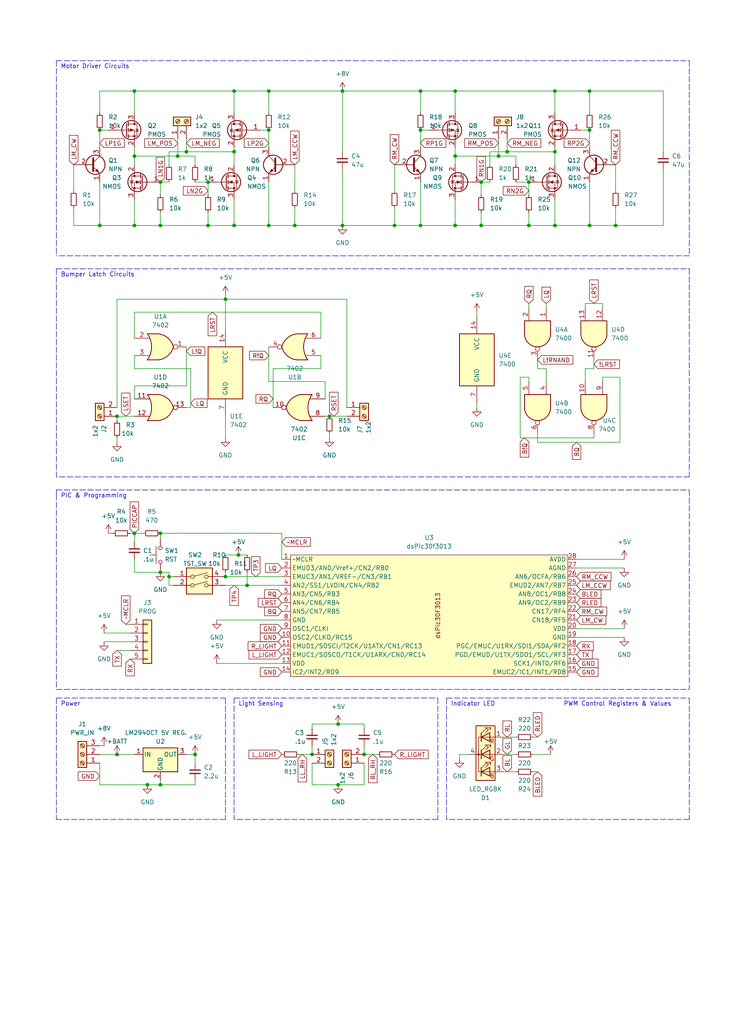
<source format=kicad_sch>
(kicad_sch (version 20211123) (generator eeschema)
  (paper "User" 220.015 299.999)
  (title_block (title "Fundamentals Robot With RGB LED indicator LED.") (date "2/22/12") (rev "A") (company "Oklahoma Christian University,"))
  (junction (at 86.36 66.04))
  (junction (at 66.04 87.63))
  (junction (at 162.56 44.45))
  (junction (at 68.58 26.67))
  (junction (at 43.18 229.87))
  (junction (at 78.74 38.1))
  (junction (at 154.94 53.34))
  (junction (at 100.33 66.04))
  (junction (at 133.35 66.04))
  (junction (at 68.58 44.45))
  (junction (at 34.29 121.92))
  (junction (at 154.94 66.04))
  (junction (at 172.72 66.04))
  (junction (at 46.99 167.64))
  (junction (at 57.15 220.98))
  (junction (at 46.99 66.04))
  (junction (at 91.44 220.98))
  (junction (at 34.29 220.98))
  (junction (at 60.96 53.34))
  (junction (at 180.34 66.04))
  (junction (at 123.19 66.04))
  (junction (at 29.21 38.1))
  (junction (at 146.05 45.72))
  (junction (at 78.74 66.04))
  (junction (at 96.52 121.92))
  (junction (at 172.72 38.1))
  (junction (at 60.96 66.04))
  (junction (at 133.35 45.72))
  (junction (at 52.07 45.72))
  (junction (at 162.56 66.04))
  (junction (at 106.68 220.98))
  (junction (at 99.06 229.87))
  (junction (at 46.99 53.34))
  (junction (at 100.33 26.67))
  (junction (at 72.39 171.45))
  (junction (at 39.37 45.72))
  (junction (at 115.57 66.04))
  (junction (at 69.85 162.56))
  (junction (at 39.37 66.04))
  (junction (at 133.35 26.67))
  (junction (at 49.53 168.91))
  (junction (at 99.06 212.09))
  (junction (at 148.59 44.45))
  (junction (at 54.61 44.45))
  (junction (at 123.19 26.67))
  (junction (at 140.97 66.04))
  (junction (at 66.04 168.91))
  (junction (at 172.72 26.67))
  (junction (at 78.74 26.67))
  (junction (at 140.97 53.34))
  (junction (at 68.58 66.04))
  (junction (at 46.99 229.87))
  (junction (at 162.56 26.67))
  (junction (at 46.99 156.21))
  (junction (at 123.19 38.1))
  (junction (at 39.37 156.21))
  (junction (at 29.21 66.04))
  (junction (at 39.37 26.67))
  (wire (pts (xy 30.48 185.42) (xy 38.1 185.42)))
  (wire (pts (xy 63.5 194.31) (xy 82.55 194.31)))
  (wire (pts (xy 154.94 53.34) (xy 154.94 57.15)))
  (wire (pts (xy 95.25 111.76) (xy 95.25 116.84)))
  (wire (pts (xy 39.37 104.14) (xy 39.37 107.95)))
  (polyline (pts (xy 201.93 74.93) (xy 16.51 74.93)))
  (polyline (pts (xy 16.51 201.93) (xy 201.93 201.93)))
  (wire (pts (xy 34.29 129.54) (xy 34.29 128.27)))
  (wire (pts (xy 46.99 66.04) (xy 60.96 66.04)))
  (wire (pts (xy 46.99 53.34) (xy 49.53 53.34)))
  (wire (pts (xy 29.21 53.34) (xy 29.21 66.04)))
  (wire (pts (xy 134.62 220.98) (xy 134.62 222.25)))
  (wire (pts (xy 66.04 168.91) (xy 82.55 168.91)))
  (polyline (pts (xy 201.93 143.51) (xy 201.93 201.93)))
  (wire (pts (xy 143.51 48.26) (xy 143.51 44.45)))
  (wire (pts (xy 46.99 53.34) (xy 46.99 57.15)))
  (wire (pts (xy 100.33 26.67) (xy 78.74 26.67)))
  (wire (pts (xy 93.98 91.44) (xy 93.98 99.06)))
  (wire (pts (xy 160.02 107.95) (xy 160.02 111.76)))
  (wire (pts (xy 49.53 168.91) (xy 49.53 167.64)))
  (wire (pts (xy 66.04 87.63) (xy 66.04 96.52)))
  (wire (pts (xy 171.45 88.9) (xy 176.53 88.9)))
  (wire (pts (xy 29.21 38.1) (xy 29.21 43.18)))
  (wire (pts (xy 180.34 66.04) (xy 172.72 66.04)))
  (wire (pts (xy 172.72 38.1) (xy 172.72 43.18)))
  (wire (pts (xy 31.75 156.21) (xy 33.02 156.21)))
  (wire (pts (xy 123.19 53.34) (xy 123.19 66.04)))
  (wire (pts (xy 133.35 45.72) (xy 133.35 43.18)))
  (wire (pts (xy 66.04 121.92) (xy 66.04 128.27)))
  (wire (pts (xy 87.63 220.98) (xy 91.44 220.98)))
  (wire (pts (xy 123.19 38.1) (xy 125.73 38.1)))
  (wire (pts (xy 39.37 99.06) (xy 39.37 91.44)))
  (wire (pts (xy 60.96 53.34) (xy 60.96 57.15)))
  (wire (pts (xy 106.68 220.98) (xy 110.49 220.98)))
  (wire (pts (xy 29.21 38.1) (xy 31.75 38.1)))
  (wire (pts (xy 68.58 58.42) (xy 68.58 66.04)))
  (wire (pts (xy 99.06 229.87) (xy 91.44 229.87)))
  (polyline (pts (xy 16.51 144.78) (xy 16.51 201.93)))
  (wire (pts (xy 194.31 66.04) (xy 180.34 66.04)))
  (wire (pts (xy 68.58 44.45) (xy 68.58 48.26)))
  (wire (pts (xy 100.33 26.67) (xy 123.19 26.67)))
  (wire (pts (xy 152.4 110.49) (xy 152.4 128.27)))
  (wire (pts (xy 99.06 212.09) (xy 106.68 212.09)))
  (wire (pts (xy 100.33 66.04) (xy 86.36 66.04)))
  (wire (pts (xy 21.59 48.26) (xy 21.59 55.88)))
  (wire (pts (xy 50.8 171.45) (xy 49.53 171.45)))
  (wire (pts (xy 154.94 66.04) (xy 162.56 66.04)))
  (wire (pts (xy 106.68 212.09) (xy 106.68 213.36)))
  (wire (pts (xy 39.37 45.72) (xy 39.37 48.26)))
  (wire (pts (xy 156.21 220.98) (xy 161.29 220.98)))
  (wire (pts (xy 139.7 118.11) (xy 139.7 119.38)))
  (wire (pts (xy 194.31 49.53) (xy 194.31 66.04)))
  (wire (pts (xy 180.34 60.96) (xy 180.34 66.04)))
  (wire (pts (xy 162.56 58.42) (xy 162.56 66.04)))
  (wire (pts (xy 106.68 218.44) (xy 106.68 220.98)))
  (wire (pts (xy 72.39 171.45) (xy 66.04 171.45)))
  (wire (pts (xy 151.13 226.06) (xy 147.32 226.06)))
  (wire (pts (xy 57.15 229.87) (xy 46.99 229.87)))
  (wire (pts (xy 39.37 66.04) (xy 46.99 66.04)))
  (wire (pts (xy 91.44 218.44) (xy 91.44 220.98)))
  (wire (pts (xy 86.36 66.04) (xy 78.74 66.04)))
  (wire (pts (xy 172.72 26.67) (xy 172.72 33.02)))
  (polyline (pts (xy 201.93 17.78) (xy 201.93 74.93)))
  (polyline (pts (xy 16.51 143.51) (xy 201.93 143.51)))
  (wire (pts (xy 162.56 26.67) (xy 162.56 33.02)))
  (wire (pts (xy 91.44 229.87) (xy 91.44 223.52)))
  (wire (pts (xy 162.56 26.67) (xy 172.72 26.67)))
  (wire (pts (xy 171.45 90.17) (xy 171.45 88.9)))
  (wire (pts (xy 170.18 38.1) (xy 172.72 38.1)))
  (wire (pts (xy 39.37 113.03) (xy 39.37 116.84)))
  (wire (pts (xy 93.98 104.14) (xy 93.98 107.95)))
  (polyline (pts (xy 201.93 139.7) (xy 16.51 139.7)))
  (wire (pts (xy 55.88 119.38) (xy 54.61 119.38)))
  (wire (pts (xy 140.97 66.04) (xy 154.94 66.04)))
  (wire (pts (xy 36.83 182.88) (xy 38.1 182.88)))
  (wire (pts (xy 52.07 40.64) (xy 52.07 45.72)))
  (wire (pts (xy 100.33 66.04) (xy 115.57 66.04)))
  (wire (pts (xy 69.85 162.56) (xy 72.39 162.56)))
  (polyline (pts (xy 201.93 204.47) (xy 201.93 240.03)))
  (wire (pts (xy 96.52 121.92) (xy 101.6 121.92)))
  (polyline (pts (xy 201.93 78.74) (xy 201.93 139.7)))
  (wire (pts (xy 162.56 44.45) (xy 162.56 48.26)))
  (wire (pts (xy 154.94 88.9) (xy 154.94 90.17)))
  (polyline (pts (xy 201.93 240.03) (xy 130.81 240.03)))
  (wire (pts (xy 106.68 229.87) (xy 99.06 229.87)))
  (wire (pts (xy 173.99 128.27) (xy 173.99 127)))
  (wire (pts (xy 54.61 40.64) (xy 54.61 44.45)))
  (wire (pts (xy 91.44 212.09) (xy 99.06 212.09)))
  (wire (pts (xy 154.94 110.49) (xy 154.94 111.76)))
  (polyline (pts (xy 16.51 17.78) (xy 201.93 17.78)))
  (polyline (pts (xy 66.04 204.47) (xy 66.04 240.03)))
  (wire (pts (xy 57.15 45.72) (xy 52.07 45.72)))
  (wire (pts (xy 86.36 60.96) (xy 86.36 66.04)))
  (wire (pts (xy 46.99 156.21) (xy 46.99 157.48)))
  (wire (pts (xy 148.59 44.45) (xy 162.56 44.45)))
  (wire (pts (xy 93.98 107.95) (xy 80.01 107.95)))
  (wire (pts (xy 29.21 220.98) (xy 34.29 220.98)))
  (wire (pts (xy 146.05 45.72) (xy 133.35 45.72)))
  (wire (pts (xy 140.97 53.34) (xy 143.51 53.34)))
  (wire (pts (xy 115.57 66.04) (xy 123.19 66.04)))
  (wire (pts (xy 168.91 166.37) (xy 182.88 166.37)))
  (wire (pts (xy 176.53 110.49) (xy 176.53 111.76)))
  (wire (pts (xy 181.61 110.49) (xy 176.53 110.49)))
  (wire (pts (xy 140.97 62.23) (xy 140.97 66.04)))
  (polyline (pts (xy 16.51 78.74) (xy 16.51 139.7)))
  (wire (pts (xy 123.19 66.04) (xy 133.35 66.04)))
  (wire (pts (xy 115.57 60.96) (xy 115.57 66.04)))
  (polyline (pts (xy 128.27 204.47) (xy 128.27 240.03)))
  (wire (pts (xy 157.48 107.95) (xy 160.02 107.95)))
  (polyline (pts (xy 16.51 144.78) (xy 16.51 143.51)))
  (wire (pts (xy 168.91 163.83) (xy 182.88 163.83)))
  (wire (pts (xy 21.59 66.04) (xy 29.21 66.04)))
  (wire (pts (xy 95.25 121.92) (xy 96.52 121.92)))
  (wire (pts (xy 123.19 38.1) (xy 123.19 43.18)))
  (polyline (pts (xy 128.27 240.03) (xy 68.58 240.03)))
  (wire (pts (xy 68.58 26.67) (xy 78.74 26.67)))
  (wire (pts (xy 39.37 156.21) (xy 41.91 156.21)))
  (polyline (pts (xy 16.51 204.47) (xy 16.51 240.03)))
  (wire (pts (xy 82.55 156.21) (xy 46.99 156.21)))
  (wire (pts (xy 140.97 53.34) (xy 140.97 57.15)))
  (wire (pts (xy 82.55 163.83) (xy 82.55 156.21)))
  (wire (pts (xy 29.21 66.04) (xy 39.37 66.04)))
  (wire (pts (xy 72.39 171.45) (xy 82.55 171.45)))
  (wire (pts (xy 106.68 223.52) (xy 106.68 229.87)))
  (wire (pts (xy 78.74 26.67) (xy 78.74 33.02)))
  (wire (pts (xy 91.44 213.36) (xy 91.44 212.09)))
  (wire (pts (xy 148.59 40.64) (xy 148.59 44.45)))
  (wire (pts (xy 115.57 48.26) (xy 115.57 55.88)))
  (wire (pts (xy 55.88 107.95) (xy 55.88 119.38)))
  (wire (pts (xy 68.58 44.45) (xy 68.58 43.18)))
  (wire (pts (xy 151.13 53.34) (xy 154.94 53.34)))
  (wire (pts (xy 29.21 229.87) (xy 43.18 229.87)))
  (wire (pts (xy 52.07 45.72) (xy 39.37 45.72)))
  (wire (pts (xy 54.61 101.6) (xy 54.61 113.03)))
  (wire (pts (xy 39.37 91.44) (xy 93.98 91.44)))
  (wire (pts (xy 133.35 33.02) (xy 133.35 26.67)))
  (wire (pts (xy 78.74 53.34) (xy 78.74 66.04)))
  (wire (pts (xy 34.29 220.98) (xy 39.37 220.98)))
  (wire (pts (xy 78.74 66.04) (xy 68.58 66.04)))
  (wire (pts (xy 133.35 58.42) (xy 133.35 66.04)))
  (wire (pts (xy 72.39 167.64) (xy 72.39 171.45)))
  (wire (pts (xy 154.94 62.23) (xy 154.94 66.04)))
  (wire (pts (xy 180.34 48.26) (xy 180.34 55.88)))
  (wire (pts (xy 57.15 48.26) (xy 57.15 45.72)))
  (wire (pts (xy 34.29 121.92) (xy 34.29 123.19)))
  (wire (pts (xy 68.58 26.67) (xy 68.58 33.02)))
  (polyline (pts (xy 130.81 204.47) (xy 201.93 204.47)))
  (wire (pts (xy 123.19 33.02) (xy 123.19 26.67)))
  (wire (pts (xy 39.37 33.02) (xy 39.37 26.67)))
  (wire (pts (xy 78.74 38.1) (xy 78.74 43.18)))
  (wire (pts (xy 181.61 110.49) (xy 181.61 129.54)))
  (wire (pts (xy 76.2 38.1) (xy 78.74 38.1)))
  (wire (pts (xy 172.72 53.34) (xy 172.72 66.04)))
  (wire (pts (xy 78.74 101.6) (xy 78.74 111.76)))
  (polyline (pts (xy 16.51 204.47) (xy 66.04 204.47)))
  (wire (pts (xy 157.48 105.41) (xy 157.48 107.95)))
  (wire (pts (xy 157.48 129.54) (xy 181.61 129.54)))
  (wire (pts (xy 139.7 91.44) (xy 139.7 92.71)))
  (wire (pts (xy 137.16 220.98) (xy 134.62 220.98)))
  (wire (pts (xy 66.04 86.36) (xy 66.04 87.63)))
  (wire (pts (xy 133.35 45.72) (xy 133.35 48.26)))
  (polyline (pts (xy 66.04 240.03) (xy 16.51 240.03)))
  (wire (pts (xy 49.53 167.64) (xy 46.99 167.64)))
  (wire (pts (xy 80.01 107.95) (xy 80.01 119.38)))
  (wire (pts (xy 57.15 53.34) (xy 60.96 53.34)))
  (wire (pts (xy 39.37 167.64) (xy 46.99 167.64)))
  (wire (pts (xy 156.21 226.06) (xy 157.48 226.06)))
  (wire (pts (xy 176.53 88.9) (xy 176.53 90.17)))
  (wire (pts (xy 49.53 44.45) (xy 54.61 44.45)))
  (wire (pts (xy 133.35 26.67) (xy 162.56 26.67)))
  (wire (pts (xy 78.74 111.76) (xy 95.25 111.76)))
  (wire (pts (xy 171.45 107.95) (xy 171.45 111.76)))
  (wire (pts (xy 29.21 33.02) (xy 29.21 26.67)))
  (wire (pts (xy 54.61 44.45) (xy 68.58 44.45)))
  (wire (pts (xy 101.6 87.63) (xy 101.6 119.38)))
  (wire (pts (xy 194.31 44.45) (xy 194.31 26.67)))
  (wire (pts (xy 39.37 45.72) (xy 39.37 43.18)))
  (wire (pts (xy 63.5 181.61) (xy 82.55 181.61)))
  (wire (pts (xy 86.36 48.26) (xy 86.36 55.88)))
  (wire (pts (xy 66.04 162.56) (xy 69.85 162.56)))
  (wire (pts (xy 29.21 223.52) (xy 29.21 229.87)))
  (wire (pts (xy 34.29 190.5) (xy 38.1 190.5)))
  (wire (pts (xy 96.52 128.27) (xy 96.52 127)))
  (wire (pts (xy 39.37 107.95) (xy 55.88 107.95)))
  (wire (pts (xy 57.15 220.98) (xy 57.15 223.52)))
  (polyline (pts (xy 16.51 17.78) (xy 16.51 74.93)))
  (wire (pts (xy 151.13 215.9) (xy 147.32 215.9)))
  (wire (pts (xy 152.4 128.27) (xy 173.99 128.27)))
  (wire (pts (xy 39.37 26.67) (xy 68.58 26.67)))
  (wire (pts (xy 151.13 45.72) (xy 146.05 45.72)))
  (wire (pts (xy 157.48 127) (xy 157.48 129.54)))
  (wire (pts (xy 49.53 171.45) (xy 49.53 168.91)))
  (wire (pts (xy 160.02 88.9) (xy 160.02 90.17)))
  (wire (pts (xy 21.59 60.96) (xy 21.59 66.04)))
  (wire (pts (xy 123.19 26.67) (xy 133.35 26.67)))
  (wire (pts (xy 49.53 48.26) (xy 49.53 44.45)))
  (wire (pts (xy 66.04 167.64) (xy 66.04 168.91)))
  (wire (pts (xy 29.21 218.44) (xy 30.48 218.44)))
  (wire (pts (xy 172.72 66.04) (xy 162.56 66.04)))
  (wire (pts (xy 152.4 110.49) (xy 154.94 110.49)))
  (wire (pts (xy 133.35 66.04) (xy 140.97 66.04)))
  (wire (pts (xy 162.56 44.45) (xy 162.56 43.18)))
  (wire (pts (xy 57.15 228.6) (xy 57.15 229.87)))
  (polyline (pts (xy 130.81 204.47) (xy 130.81 240.03)))
  (wire (pts (xy 100.33 49.53) (xy 100.33 66.04)))
  (polyline (pts (xy 68.58 204.47) (xy 128.27 204.47)))
  (wire (pts (xy 60.96 66.04) (xy 68.58 66.04)))
  (wire (pts (xy 173.99 107.95) (xy 171.45 107.95)))
  (polyline (pts (xy 68.58 204.47) (xy 68.58 240.03)))
  (wire (pts (xy 29.21 26.67) (xy 39.37 26.67)))
  (wire (pts (xy 34.29 87.63) (xy 66.04 87.63)))
  (wire (pts (xy 46.99 62.23) (xy 46.99 66.04)))
  (wire (pts (xy 100.33 44.45) (xy 100.33 26.67)))
  (wire (pts (xy 39.37 156.21) (xy 39.37 158.75)))
  (wire (pts (xy 66.04 87.63) (xy 101.6 87.63)))
  (wire (pts (xy 50.8 168.91) (xy 49.53 168.91)))
  (wire (pts (xy 156.21 215.9) (xy 157.48 215.9)))
  (wire (pts (xy 168.91 184.15) (xy 182.88 184.15)))
  (wire (pts (xy 39.37 163.83) (xy 39.37 167.64)))
  (wire (pts (xy 143.51 44.45) (xy 148.59 44.45)))
  (polyline (pts (xy 16.51 78.74) (xy 201.93 78.74)))
  (wire (pts (xy 151.13 48.26) (xy 151.13 45.72)))
  (wire (pts (xy 38.1 156.21) (xy 39.37 156.21)))
  (wire (pts (xy 173.99 105.41) (xy 173.99 107.95)))
  (wire (pts (xy 46.99 229.87) (xy 46.99 228.6)))
  (wire (pts (xy 39.37 58.42) (xy 39.37 66.04)))
  (wire (pts (xy 34.29 87.63) (xy 34.29 119.38)))
  (wire (pts (xy 60.96 62.23) (xy 60.96 66.04)))
  (wire (pts (xy 34.29 121.92) (xy 39.37 121.92)))
  (wire (pts (xy 151.13 220.98) (xy 147.32 220.98)))
  (wire (pts (xy 54.61 220.98) (xy 57.15 220.98)))
  (wire (pts (xy 30.48 187.96) (xy 38.1 187.96)))
  (wire (pts (xy 54.61 113.03) (xy 39.37 113.03)))
  (wire (pts (xy 146.05 40.64) (xy 146.05 45.72)))
  (wire (pts (xy 168.91 186.69) (xy 182.88 186.69)))
  (wire (pts (xy 194.31 26.67) (xy 172.72 26.67)))
  (wire (pts (xy 43.18 229.87) (xy 46.99 229.87)))
  (text "Indicator LED" (at 132.08 207.01 0) (effects (font (size 1.27 1.27)) (justify left bottom)))
  (text "Power" (at 17.78 207.01 0) (effects (font (size 1.27 1.27)) (justify left bottom)))
  (text "Motor Driver Circuits" (at 17.78 20.32 0) (effects (font (size 1.27 1.27)) (justify left bottom)))
  (text "Light Sensing" (at 69.85 207.01 0) (effects (font (size 1.27 1.27)) (justify left bottom)))
  (text "PIC & Programming" (at 17.78 146.05 0) (effects (font (size 1.27 1.27)) (justify left bottom)))
  (text "Bumper Latch Circuits" (at 17.78 81.28 0) (effects (font (size 1.27 1.27)) (justify left bottom)))
  (text "PWM Control Registers & Values" (at 165.1 207.01 0) (effects (font (size 1.27 1.27)) (justify left bottom)))
  (global_label "GND" (shape input) (at 168.91 194.31 0) (property "Intersheet References" "${INTERSHEET_REFS}" (effects hide)))
  (global_label "~MCLR" (shape input) (at 36.83 182.88 90) (property "Intersheet References" "${INTERSHEET_REFS}" (effects hide)))
  (global_label "RL" (shape input) (at 148.59 215.9 90) (property "Intersheet References" "${INTERSHEET_REFS}" (effects hide)))
  (global_label "GND" (shape input) (at 82.55 184.15 180) (property "Intersheet References" "${INTERSHEET_REFS}" (effects hide)))
  (global_label "BQ" (shape input) (at 168.91 129.54 270) (property "Intersheet References" "${INTERSHEET_REFS}" (effects hide)))
  (global_label "TX" (shape input) (at 34.29 190.5 270) (property "Intersheet References" "${INTERSHEET_REFS}" (effects hide)))
  (global_label "LP1G" (shape input) (at 29.21 41.91 0) (property "Intersheet References" "${INTERSHEET_REFS}" (effects hide)))
  (global_label "RM_CCW" (shape input) (at 180.34 48.26 90) (property "Intersheet References" "${INTERSHEET_REFS}" (effects hide)))
  (global_label "RLED" (shape input) (at 168.91 176.53 0) (property "Intersheet References" "${INTERSHEET_REFS}" (effects hide)))
  (global_label "RM_CW" (shape input) (at 168.91 179.07 0) (property "Intersheet References" "${INTERSHEET_REFS}" (effects hide)))
  (global_label "B!Q" (shape input) (at 153.67 128.27 270) (property "Intersheet References" "${INTERSHEET_REFS}" (effects hide)))
  (global_label "RM_POS" (shape input) (at 146.05 41.91 180) (property "Intersheet References" "${INTERSHEET_REFS}" (effects hide)))
  (global_label "LM_CCW" (shape input) (at 86.36 48.26 90) (property "Intersheet References" "${INTERSHEET_REFS}" (effects hide)))
  (global_label "L!Q" (shape input) (at 54.61 102.87 0) (property "Intersheet References" "${INTERSHEET_REFS}" (effects hide)))
  (global_label "R!Q" (shape input) (at 78.74 104.14 180) (property "Intersheet References" "${INTERSHEET_REFS}" (effects hide)))
  (global_label "R_LIGHT" (shape input) (at 115.57 220.98 0) (property "Intersheet References" "${INTERSHEET_REFS}" (effects hide)))
  (global_label "RQ" (shape input) (at 154.94 88.9 90) (property "Intersheet References" "${INTERSHEET_REFS}" (effects hide)))
  (global_label "LQ" (shape input) (at 82.55 166.37 180) (property "Intersheet References" "${INTERSHEET_REFS}" (effects hide)))
  (global_label "BL" (shape input) (at 148.59 226.06 90) (property "Intersheet References" "${INTERSHEET_REFS}" (effects hide)))
  (global_label "GND" (shape input) (at 82.55 186.69 180) (property "Intersheet References" "${INTERSHEET_REFS}" (effects hide)))
  (global_label "LQ" (shape input) (at 160.02 88.9 90) (property "Intersheet References" "${INTERSHEET_REFS}" (effects hide)))
  (global_label "~MCLR" (shape input) (at 82.55 158.75 0) (property "Intersheet References" "${INTERSHEET_REFS}" (effects hide)))
  (global_label "RSET" (shape input) (at 97.79 121.92 90) (property "Intersheet References" "${INTERSHEET_REFS}" (effects hide)))
  (global_label "L!RNAND" (shape input) (at 157.48 105.41 0) (property "Intersheet References" "${INTERSHEET_REFS}" (effects hide)))
  (global_label "RQ" (shape input) (at 80.01 116.84 180) (property "Intersheet References" "${INTERSHEET_REFS}" (effects hide)))
  (global_label "LRST" (shape input) (at 82.55 176.53 180) (property "Intersheet References" "${INTERSHEET_REFS}" (effects hide)))
  (global_label "TP3" (shape input) (at 74.93 168.91 90) (property "Intersheet References" "${INTERSHEET_REFS}" (effects hide)))
  (global_label "LM_CW" (shape input) (at 168.91 181.61 0) (property "Intersheet References" "${INTERSHEET_REFS}" (effects hide)))
  (global_label "RP2G" (shape input) (at 172.72 41.91 180) (property "Intersheet References" "${INTERSHEET_REFS}" (effects hide)))
  (global_label "!LRST" (shape input) (at 173.99 106.68 0) (property "Intersheet References" "${INTERSHEET_REFS}" (effects hide)))
  (global_label "LN1G" (shape input) (at 46.99 53.34 90) (property "Intersheet References" "${INTERSHEET_REFS}" (effects hide)))
  (global_label "LP2G" (shape input) (at 78.74 41.91 180) (property "Intersheet References" "${INTERSHEET_REFS}" (effects hide)))
  (global_label "LN2G" (shape input) (at 60.96 55.88 180) (property "Intersheet References" "${INTERSHEET_REFS}" (effects hide)))
  (global_label "BQ" (shape input) (at 82.55 179.07 180) (property "Intersheet References" "${INTERSHEET_REFS}" (effects hide)))
  (global_label "LRST" (shape input) (at 173.99 88.9 90) (property "Intersheet References" "${INTERSHEET_REFS}" (effects hide)))
  (global_label "LM_NEG" (shape input) (at 54.61 41.91 0) (property "Intersheet References" "${INTERSHEET_REFS}" (effects hide)))
  (global_label "L_LIGHT" (shape input) (at 82.55 191.77 180) (property "Intersheet References" "${INTERSHEET_REFS}" (effects hide)))
  (global_label "BLED" (shape input) (at 157.48 226.06 270) (property "Intersheet References" "${INTERSHEET_REFS}" (effects hide)))
  (global_label "TP4" (shape input) (at 68.58 171.45 270) (property "Intersheet References" "${INTERSHEET_REFS}" (effects hide)))
  (global_label "GND" (shape input) (at 168.91 196.85 0) (property "Intersheet References" "${INTERSHEET_REFS}" (effects hide)))
  (global_label "RL_RH" (shape input) (at 109.22 220.98 270) (property "Intersheet References" "${INTERSHEET_REFS}" (effects hide)))
  (global_label "TX" (shape input) (at 168.91 191.77 0) (property "Intersheet References" "${INTERSHEET_REFS}" (effects hide)))
  (global_label "BLED" (shape input) (at 168.91 173.99 0) (property "Intersheet References" "${INTERSHEET_REFS}" (effects hide)))
  (global_label "RLED" (shape input) (at 157.48 215.9 90) (property "Intersheet References" "${INTERSHEET_REFS}" (effects hide)))
  (global_label "RN1G" (shape input) (at 140.97 53.34 90) (property "Intersheet References" "${INTERSHEET_REFS}" (effects hide)))
  (global_label "GL" (shape input) (at 148.59 220.98 90) (property "Intersheet References" "${INTERSHEET_REFS}" (effects hide)))
  (global_label "PICCAP" (shape input) (at 39.37 156.21 90) (property "Intersheet References" "${INTERSHEET_REFS}" (effects hide)))
  (global_label "GND" (shape input) (at 29.21 227.33 180) (property "Intersheet References" "${INTERSHEET_REFS}" (effects hide)))
  (global_label "GND" (shape input) (at 82.55 196.85 180) (property "Intersheet References" "${INTERSHEET_REFS}" (effects hide)))
  (global_label "RM_CW" (shape input) (at 115.57 48.26 90) (property "Intersheet References" "${INTERSHEET_REFS}" (effects hide)))
  (global_label "R_LIGHT" (shape input) (at 82.55 189.23 180) (property "Intersheet References" "${INTERSHEET_REFS}" (effects hide)))
  (global_label "LRST" (shape input) (at 62.23 91.44 270) (property "Intersheet References" "${INTERSHEET_REFS}" (effects hide)))
  (global_label "LM_CW" (shape input) (at 21.59 48.26 90) (property "Intersheet References" "${INTERSHEET_REFS}" (effects hide)))
  (global_label "LQ" (shape input) (at 55.88 118.11 0) (property "Intersheet References" "${INTERSHEET_REFS}" (effects hide)))
  (global_label "RM_NEG" (shape input) (at 148.59 41.91 0) (property "Intersheet References" "${INTERSHEET_REFS}" (effects hide)))
  (global_label "LM_CCW" (shape input) (at 168.91 171.45 0) (property "Intersheet References" "${INTERSHEET_REFS}" (effects hide)))
  (global_label "RM_CCW" (shape input) (at 168.91 168.91 0) (property "Intersheet References" "${INTERSHEET_REFS}" (effects hide)))
  (global_label "RP1G" (shape input) (at 123.19 41.91 0) (property "Intersheet References" "${INTERSHEET_REFS}" (effects hide)))
  (global_label "RQ" (shape input) (at 82.55 173.99 180) (property "Intersheet References" "${INTERSHEET_REFS}" (effects hide)))
  (global_label "RX" (shape input) (at 38.1 193.04 270) (property "Intersheet References" "${INTERSHEET_REFS}" (effects hide)))
  (global_label "LM_POS" (shape input) (at 52.07 41.91 180) (property "Intersheet References" "${INTERSHEET_REFS}" (effects hide)))
  (global_label "LSET" (shape input) (at 36.83 121.92 90) (property "Intersheet References" "${INTERSHEET_REFS}" (effects hide)))
  (global_label "LL_RH" (shape input) (at 88.5733 220.98 270) (property "Intersheet References" "${INTERSHEET_REFS}" (effects hide)))
  (global_label "L_LIGHT" (shape input) (at 82.55 220.98 180) (property "Intersheet References" "${INTERSHEET_REFS}" (effects hide)))
  (global_label "RX" (shape input) (at 168.91 189.23 0) (property "Intersheet References" "${INTERSHEET_REFS}" (effects hide)))
  (global_label "RN2G" (shape input) (at 154.94 55.88 180) (property "Intersheet References" "${INTERSHEET_REFS}" (effects hide)))
  (symbol (lib_id "Device:R_Small") (at 35.56 156.21 90) (unit 1)
    (property "Reference" "R4" (at 35.56 149.86 90))
    (property "Value" "10k" (at 35.56 152.4 90))
    (property "Footprint" "Resistor_SMD:R_0603_1608Metric" (effects hide))
  )
  (symbol (lib_id "power:GND") (at 66.04 128.27 0) (unit 1)
    (property "Reference" "#PWR0106" (effects hide))
    (property "Value" "GND" (at 66.04 133.35 0))
  )
  (symbol (lib_id "power:+5V") (at 161.29 220.98 0) (unit 1)
    (property "Reference" "#PWR0125" (effects hide))
    (property "Value" "+5V" (at 161.29 217.17 0))
  )
  (symbol (lib_id "power:+5V") (at 99.06 212.09 0) (unit 1)
    (property "Reference" "#PWR0113" (effects hide))
    (property "Value" "+5V" (at 99.06 207.01 0))
  )
  (symbol (lib_id "Device:R_Small") (at 153.67 220.98 90) (unit 1)
    (property "Reference" "R23" (at 153.67 218.44 90))
    (property "Value" "220" (at 153.67 223.52 90))
    (property "Footprint" "Resistor_SMD:R_0603_1608Metric" (effects hide))
  )
  (symbol (lib_id "Device:R_Small") (at 180.34 58.42 180) (unit 1)
    (property "Reference" "R27" (at 182.88 57.1499 0) (effects (justify right)))
    (property "Value" "10k" (at 182.88 59.6899 0) (effects (justify right)))
    (property "Footprint" "Resistor_SMD:R_0603_1608Metric" (effects hide))
  )
  (symbol (lib_id "Device:R_Small") (at 143.51 50.8 180) (unit 1)
    (property "Reference" "R20" (at 146.05 49.5299 0) (effects (justify right)))
    (property "Value" "1k" (at 146.05 52.0699 0) (effects (justify right)))
    (property "Footprint" "Resistor_SMD:R_0603_1608Metric" (effects hide))
  )
  (symbol (lib_id "Device:R_Small") (at 154.94 59.69 0) (unit 1)
    (property "Reference" "R25" (at 157.48 58.4199 0) (effects (justify left)))
    (property "Value" "10k" (at 157.48 60.9599 0) (effects (justify left)))
    (property "Footprint" "Resistor_SMD:R_0603_1608Metric" (effects hide))
  )
  (symbol (lib_id "power:GND") (at 63.5 181.61 0) (unit 1)
    (property "Reference" "#PWR0115" (effects hide))
    (property "Value" "GND" (at 63.5 186.69 0))
  )
  (symbol (lib_id "Device:Q_NPN_EBC") (at 175.26 48.26 0) (mirror y) (unit 1)
    (property "Reference" "Q12" (at 170.18 46.9899 0) (effects (justify left)))
    (property "Value" "NPN" (at 170.18 49.5299 0) (effects (justify left)))
    (property "Footprint" "Package_TO_SOT_THT:TO-92" (effects hide))
  )
  (symbol (lib_id "power:GND") (at 182.88 166.37 0) (unit 1)
    (property "Reference" "#PWR0107" (effects hide))
    (property "Value" "GND" (at 182.88 171.45 0))
  )
  (symbol (lib_id "Device:Q_PMOS_GSD") (at 165.1 38.1 0) (mirror y) (unit 1)
    (property "Reference" "Q11" (at 158.75 36.8299 0) (effects (justify left)))
    (property "Value" "PMOS" (at 158.75 39.3699 0) (effects (justify left)))
    (property "Footprint" "Package_TO_SOT_THT:TO-220-3_Vertical" (effects hide))
  )
  (symbol (lib_id "Connector:Screw_Terminal_01x02") (at 29.21 121.92 180) (unit 1)
    (property "Reference" "J2" (at 30.4801 124.46 90) (effects (justify left)))
    (property "Value" "1x2" (at 27.9401 124.46 90) (effects (justify left)))
    (property "Footprint" "TerminalBlock:TerminalBlock_Altech_AK300-2_P5.00mm" (effects hide))
  )
  (symbol (lib_id "Device:C_Small") (at 91.44 215.9 0) (unit 1)
    (property "Reference" "C3" (at 86.36 214.63 0) (effects (justify left)))
    (property "Value" ".1u" (at 86.36 217.17 0) (effects (justify left)))
    (property "Footprint" "Capacitor_SMD:C_0603_1608Metric" (effects hide))
  )
  (symbol (lib_id "power:GND") (at 100.33 66.04 0) (unit 1)
    (property "Reference" "#PWR0102" (effects hide))
    (property "Value" "GND" (at 100.33 71.12 0))
  )
  (symbol (lib_id "Device:R_Small") (at 86.36 58.42 180) (unit 1)
    (property "Reference" "R14" (at 88.9 57.1499 0) (effects (justify right)))
    (property "Value" "10k" (at 88.9 59.6899 0) (effects (justify right)))
    (property "Footprint" "Resistor_SMD:R_0603_1608Metric" (effects hide))
  )
  (symbol (lib_id "Device:Q_PMOS_GSD") (at 71.12 38.1 0) (mirror y) (unit 1)
    (property "Reference" "Q5" (at 64.77 36.8299 0) (effects (justify left)))
    (property "Value" "PMOS" (at 64.77 39.3699 0) (effects (justify left)))
    (property "Footprint" "Package_TO_SOT_THT:TO-220-3_Vertical" (effects hide))
  )
  (symbol (lib_id "power:+5V") (at 63.5 194.31 0) (unit 1)
    (property "Reference" "#PWR0111" (effects hide))
    (property "Value" "+5V" (at 63.5 189.23 0))
  )
  (symbol (lib_id "Connector:Screw_Terminal_01x03") (at 24.13 220.98 180) (unit 1)
    (property "Reference" "J1" (at 24.13 212.09 0))
    (property "Value" "PWR_IN" (at 24.13 214.63 0))
    (property "Footprint" "TerminalBlock:TerminalBlock_Altech_AK300-3_P5.00mm" (effects hide))
  )
  (symbol (lib_id "Device:R_Small") (at 49.53 50.8 180) (unit 1)
    (property "Reference" "R7" (at 52.07 49.5299 0) (effects (justify right)))
    (property "Value" "1k" (at 52.07 52.0699 0) (effects (justify right)))
    (property "Footprint" "Resistor_SMD:R_0603_1608Metric" (effects hide))
  )
  (symbol (lib_id "power:+5V") (at 139.7 91.44 0) (unit 1)
    (property "Reference" "#PWR0104" (effects hide))
    (property "Value" "+5V" (at 139.7 86.36 0))
  )
  (symbol (lib_id "power:GND") (at 99.06 229.87 0) (unit 1)
    (property "Reference" "#PWR0124" (effects hide))
    (property "Value" "GND" (at 99.06 234.95 0))
  )
  (symbol (lib_id "Device:R_Small") (at 113.03 220.98 90) (unit 1)
    (property "Reference" "R16" (at 113.03 226.06 90))
    (property "Value" "220" (at 113.03 223.52 90))
    (property "Footprint" "Resistor_SMD:R_0603_1608Metric" (effects hide))
  )
  (symbol (lib_id "Switch:SW_Push") (at 46.99 162.56 90) (unit 1)
    (property "Reference" "SW1" (at 48.26 161.2899 90) (effects (justify right)))
    (property "Value" "RST" (at 48.26 163.8299 90) (effects (justify right)))
    (property "Footprint" "Connector_PinHeader_2.54mm:PinHeader_1x02_P2.54mm_Vertical" (effects hide))
  )
  (symbol (lib_id "Device:R_Small") (at 151.13 50.8 180) (unit 1)
    (property "Reference" "R21" (at 153.67 49.5299 0) (effects (justify right)))
    (property "Value" "1k" (at 153.67 52.0699 0) (effects (justify right)))
    (property "Footprint" "Resistor_SMD:R_0603_1608Metric" (effects hide))
  )
  (symbol (lib_id "power:+BATT") (at 34.29 220.98 0) (unit 1)
    (property "Reference" "#PWR0121" (effects hide))
    (property "Value" "+BATT" (at 34.29 217.17 0))
  )
  (symbol (lib_id "Device:Q_NMOS_GDS") (at 160.02 53.34 0) (unit 1)
    (property "Reference" "Q10" (at 166.37 52.0699 0) (effects (justify left)))
    (property "Value" "NMOS" (at 166.37 54.6099 0) (effects (justify left)))
    (property "Footprint" "Package_TO_SOT_THT:TO-220-3_Vertical" (effects hide))
  )
  (symbol (lib_id "power:+5V") (at 182.88 184.15 0) (unit 1)
    (property "Reference" "#PWR0109" (effects hide))
    (property "Value" "+5V" (at 182.88 179.07 0))
  )
  (symbol (lib_id "Connector_Generic:Conn_01x05") (at 43.18 187.96 0) (unit 1)
    (property "Reference" "J3" (at 43.18 176.53 0))
    (property "Value" "PROG" (at 43.18 179.07 0))
    (property "Footprint" "Connector_PinHeader_2.54mm:PinHeader_1x05_P2.54mm_Vertical" (effects hide))
  )
  (symbol (lib_id "Device:R_Small") (at 72.39 165.1 0) (unit 1)
    (property "Reference" "R11" (at 68.58 165.1 0) (effects (justify left)))
    (property "Value" "10k" (at 67.31 167.64 0) (effects (justify left)))
    (property "Footprint" "Resistor_SMD:R_0603_1608Metric" (effects hide))
  )
  (symbol (lib_id "Device:R_Small") (at 172.72 35.56 180) (unit 1)
    (property "Reference" "R26" (at 175.26 34.2899 0) (effects (justify right)))
    (property "Value" "10k" (at 175.26 36.8299 0) (effects (justify right)))
    (property "Footprint" "Resistor_SMD:R_0603_1608Metric" (effects hide))
  )
  (symbol (lib_id "Device:C_Small") (at 106.68 215.9 0) (unit 1)
    (property "Reference" "C5" (at 109.22 214.6362 0) (effects (justify left)))
    (property "Value" ".1u" (at 109.22 217.17 0) (effects (justify left)))
    (property "Footprint" "Capacitor_SMD:C_0603_1608Metric" (effects hide))
  )
  (symbol (lib_id "power:GND") (at 182.88 186.69 0) (unit 1)
    (property "Reference" "#PWR0110" (effects hide))
    (property "Value" "GND" (at 182.88 191.77 0))
  )
  (symbol (lib_id "Device:R_Small") (at 85.09 220.98 90) (unit 1)
    (property "Reference" "R13" (at 85.09 226.06 90))
    (property "Value" "220" (at 85.09 223.52 90))
    (property "Footprint" "Resistor_SMD:R_0603_1608Metric" (effects hide))
  )
  (symbol (lib_id "Device:R_Small") (at 46.99 59.69 0) (unit 1)
    (property "Reference" "R6" (at 49.53 58.4199 0) (effects (justify left)))
    (property "Value" "10k" (at 49.53 60.9599 0) (effects (justify left)))
    (property "Footprint" "Resistor_SMD:R_0603_1608Metric" (effects hide))
  )
  (symbol (lib_id "Device:R_Small") (at 153.67 215.9 90) (unit 1)
    (property "Reference" "R22" (at 153.67 210.82 90))
    (property "Value" "220" (at 153.67 213.36 90))
    (property "Footprint" "Resistor_SMD:R_0603_1608Metric" (effects hide))
  )
  (symbol (lib_id "Connector:Screw_Terminal_01x02") (at 96.52 220.98 0) (unit 1)
    (property "Reference" "J5" (at 95.2499 218.44 90) (effects (justify left)))
    (property "Value" "1x2" (at 97.7899 218.44 90) (effects (justify left)))
    (property "Footprint" "TerminalBlock:TerminalBlock_Altech_AK300-2_P5.00mm" (effects hide))
  )
  (symbol (lib_id "Device:LED_RGBK") (at 142.24 220.98 0) (unit 1)
    (property "Reference" "D1" (at 142.24 233.68 0))
    (property "Value" "LED_RGBK" (at 142.24 231.14 0))
    (property "Footprint" "CustomFootprints:RKGB" (effects hide))
  )
  (symbol (lib_id "Device:R_Small") (at 96.52 124.46 0) (unit 1)
    (property "Reference" "R15" (at 99.06 123.1899 0) (effects (justify left)))
    (property "Value" "10k" (at 99.06 125.7299 0) (effects (justify left)))
    (property "Footprint" "Resistor_SMD:R_0603_1608Metric" (effects hide))
  )
  (symbol (lib_id "Device:R_Small") (at 60.96 59.69 0) (unit 1)
    (property "Reference" "R9" (at 63.5 58.4199 0) (effects (justify left)))
    (property "Value" "10k" (at 63.5 60.9599 0) (effects (justify left)))
    (property "Footprint" "Resistor_SMD:R_0603_1608Metric" (effects hide))
  )
  (symbol (lib_id "power:GND") (at 34.29 129.54 0) (unit 1)
    (property "Reference" "#PWR0127" (effects hide))
    (property "Value" "GND" (at 34.29 134.62 0))
  )
  (symbol (lib_id "power:GND") (at 43.18 229.87 0) (unit 1)
    (property "Reference" "#PWR0119" (effects hide))
    (property "Value" "GND" (at 43.18 234.95 0))
  )
  (symbol (lib_id "74xx:7400") (at 157.48 97.79 270) (unit 1)
    (property "Reference" "U4" (at 162.56 96.5199 90) (effects (justify left)))
    (property "Value" "7400" (at 162.56 99.0599 90) (effects (justify left)))
    (property "Footprint" "Package_DIP:DIP-14_W7.62mm" (effects hide))
    (property "Datasheet" "http://www.ti.com/lit/gpn/sn7400" (effects hide))
  )
  (symbol (lib_id "Device:Q_NMOS_GDS") (at 135.89 53.34 0) (mirror y) (unit 1)
    (property "Reference" "Q9" (at 129.54 52.0699 0) (effects (justify left)))
    (property "Value" "NMOS" (at 129.54 54.6099 0) (effects (justify left)))
    (property "Footprint" "Package_TO_SOT_THT:TO-220-3_Vertical" (effects hide))
  )
  (symbol (lib_id "Device:C_Small") (at 39.37 161.29 0) (unit 1)
    (property "Reference" "C1" (at 41.91 161.29 0) (effects (justify left)))
    (property "Value" ".1u" (at 41.91 163.83 0) (effects (justify left)))
    (property "Footprint" "Capacitor_SMD:C_0603_1608Metric" (effects hide))
  )
  (symbol (lib_id "Device:R_Small") (at 21.59 58.42 0) (unit 1)
    (property "Reference" "R1" (at 24.13 57.1499 0) (effects (justify left)))
    (property "Value" "10k" (at 24.13 59.6899 0) (effects (justify left)))
    (property "Footprint" "Resistor_SMD:R_0603_1608Metric" (effects hide))
  )
  (symbol (lib_id "power:GND") (at 139.7 119.38 0) (unit 1)
    (property "Reference" "#PWR0103" (effects hide))
    (property "Value" "GND" (at 139.7 124.46 0))
  )
  (symbol (lib_id "74xx:7400") (at 139.7 105.41 0) (unit 5)
    (property "Reference" "U4" (at 146.05 104.1399 0) (effects (justify left)))
    (property "Value" "7400" (at 146.05 106.6799 0) (effects (justify left)))
    (property "Footprint" "Package_DIP:DIP-14_W7.62mm" (effects hide))
    (property "Datasheet" "http://www.ti.com/lit/gpn/sn7400" (effects hide))
  )
  (symbol (lib_id "Device:C_Small") (at 57.15 226.06 0) (unit 1)
    (property "Reference" "C2" (at 59.69 224.7962 0) (effects (justify left)))
    (property "Value" "2.2u" (at 59.69 227.3362 0) (effects (justify left)))
    (property "Footprint" "Capacitor_SMD:C_0603_1608Metric" (effects hide))
  )
  (symbol (lib_id "power:GND") (at 46.99 167.64 0) (unit 1)
    (property "Reference" "#PWR0114" (effects hide))
    (property "Value" "GND" (at 46.99 172.72 0))
  )
  (symbol (lib_id "Device:Q_PMOS_GSD") (at 130.81 38.1 0) (unit 1)
    (property "Reference" "Q8" (at 137.16 36.8299 0) (effects (justify left)))
    (property "Value" "PMOS" (at 137.16 39.3699 0) (effects (justify left)))
    (property "Footprint" "Package_TO_SOT_THT:TO-220-3_Vertical" (effects hide))
  )
  (symbol (lib_id "power:+8V") (at 100.33 26.67 0) (unit 1)
    (property "Reference" "#PWR0101" (effects hide))
    (property "Value" "+8V" (at 100.33 21.59 0))
  )
  (symbol (lib_id "power:+5V") (at 31.75 156.21 0) (unit 1)
    (property "Reference" "#PWR0116" (effects hide))
    (property "Value" "+5V" (at 31.75 151.13 0))
  )
  (symbol (lib_id "Device:Q_NMOS_GDS") (at 66.04 53.34 0) (unit 1)
    (property "Reference" "Q4" (at 72.39 52.0699 0) (effects (justify left)))
    (property "Value" "NMOS" (at 72.39 54.6099 0) (effects (justify left)))
    (property "Footprint" "Package_TO_SOT_THT:TO-220-3_Vertical" (effects hide))
  )
  (symbol (lib_id "Regulator_Linear:L7805") (at 46.99 220.98 0) (unit 1)
    (property "Reference" "U2" (at 46.99 217.17 0))
    (property "Value" "LM2940CT 5V REG." (at 45.72 214.63 0))
    (property "Footprint" "Package_TO_SOT_THT:TO-220-3_Vertical" (effects hide))
    (property "Datasheet" "http://www.st.com/content/ccc/resource/technical/document/datasheet/41/4f/b3/b0/12/d4/47/88/CD00000444.pdf/files/CD00000444.pdf/jcr:content/translations/en.CD00000444.pdf" (effects hide))
  )
  (symbol (lib_id "Device:R_Small") (at 140.97 59.69 0) (unit 1)
    (property "Reference" "R19" (at 143.51 58.4199 0) (effects (justify left)))
    (property "Value" "10k" (at 143.51 60.9599 0) (effects (justify left)))
    (property "Footprint" "Resistor_SMD:R_0603_1608Metric" (effects hide))
  )
  (symbol (lib_id "Custom_Parts:dsPic30f3013") (at 95.25 154.94 0) (unit 1)
    (property "Reference" "U3" (at 125.73 157.48 0))
    (property "Value" "dsPic30f3013" (at 125.73 160.02 0))
    (property "Footprint" "Package_DIP:DIP-28_W7.62mm" (effects hide))
  )
  (symbol (lib_id "power:+5V") (at 30.48 185.42 0) (unit 1)
    (property "Reference" "#PWR0118" (effects hide))
    (property "Value" "+5V" (at 30.48 180.34 0))
  )
  (symbol (lib_id "74xx:7402") (at 46.99 119.38 0) (unit 4)
    (property "Reference" "U1" (at 46.99 110.49 0))
    (property "Value" "7402" (at 46.99 113.03 0))
    (property "Footprint" "Package_DIP:DIP-14_W7.62mm" (effects hide))
    (property "Datasheet" "http://www.ti.com/lit/gpn/sn7402" (effects hide))
  )
  (symbol (lib_id "Device:Q_NPN_EBC") (at 26.67 48.26 0) (unit 1)
    (property "Reference" "Q1" (at 31.75 46.9899 0) (effects (justify left)))
    (property "Value" "NPN" (at 31.75 49.5299 0) (effects (justify left)))
    (property "Footprint" "Package_TO_SOT_THT:TO-92" (effects hide))
  )
  (symbol (lib_id "power:+5V") (at 66.04 86.36 0) (unit 1)
    (property "Reference" "#PWR0105" (effects hide))
    (property "Value" "+5V" (at 66.04 81.28 0))
  )
  (symbol (lib_id "power:+5V") (at 69.85 162.56 0) (unit 1)
    (property "Reference" "#PWR0112" (effects hide))
    (property "Value" "+5V" (at 69.85 158.75 0))
  )
  (symbol (lib_id "Device:R_Small") (at 44.45 156.21 90) (unit 1)
    (property "Reference" "R5" (at 44.45 149.86 90))
    (property "Value" "470" (at 44.45 152.4 90))
    (property "Footprint" "Resistor_SMD:R_0603_1608Metric" (effects hide))
  )
  (symbol (lib_id "Connector:Screw_Terminal_01x02") (at 106.68 119.38 0) (unit 1)
    (property "Reference" "J7" (at 105.41 127 90) (effects (justify left)))
    (property "Value" "1x2" (at 107.95 127 90) (effects (justify left)))
    (property "Footprint" "TerminalBlock:TerminalBlock_Altech_AK300-2_P5.00mm" (effects hide))
  )
  (symbol (lib_id "Device:C_Small") (at 194.31 46.99 0) (unit 1)
    (property "Reference" "C6" (at 196.85 45.7262 0) (effects (justify left)))
    (property "Value" "47u" (at 196.85 48.2662 0) (effects (justify left)))
    (property "Footprint" "Capacitor_SMD:C_1206_3216Metric" (effects hide))
  )
  (symbol (lib_id "Connector:Screw_Terminal_01x02") (at 101.6 223.52 180) (unit 1)
    (property "Reference" "J6" (at 102.8701 226.06 90) (effects (justify left)))
    (property "Value" "1x2" (at 100.3301 226.06 90) (effects (justify left)))
    (property "Footprint" "TerminalBlock:TerminalBlock_Altech_AK300-2_P5.00mm" (effects hide))
  )
  (symbol (lib_id "Device:Q_NPN_EBC") (at 81.28 48.26 0) (mirror y) (unit 1)
    (property "Reference" "Q6" (at 76.2 46.9899 0) (effects (justify left)))
    (property "Value" "NPN" (at 76.2 49.5299 0) (effects (justify left)))
    (property "Footprint" "Package_TO_SOT_THT:TO-92" (effects hide))
  )
  (symbol (lib_id "Device:R_Small") (at 123.19 35.56 180) (unit 1)
    (property "Reference" "R18" (at 125.73 34.2899 0) (effects (justify right)))
    (property "Value" "10k" (at 125.73 36.8299 0) (effects (justify right)))
    (property "Footprint" "Resistor_SMD:R_0603_1608Metric" (effects hide))
  )
  (symbol (lib_id "Device:R_Small") (at 34.29 125.73 0) (unit 1)
    (property "Reference" "R3" (at 36.83 124.4599 0) (effects (justify left)))
    (property "Value" "10k" (at 35.56 127 0) (effects (justify left)))
    (property "Footprint" "Resistor_SMD:R_0603_1608Metric" (effects hide))
  )
  (symbol (lib_id "74xx:7402") (at 66.04 109.22 0) (unit 5)
    (property "Reference" "U1" (at 67.31 121.92 0) (effects (justify left)))
    (property "Value" "7402" (at 67.31 124.46 0) (effects (justify left)))
    (property "Footprint" "Package_DIP:DIP-14_W7.62mm" (effects hide))
    (property "Datasheet" "http://www.ti.com/lit/gpn/sn7402" (effects hide))
  )
  (symbol (lib_id "power:GND") (at 30.48 187.96 0) (unit 1)
    (property "Reference" "#PWR0117" (effects hide))
    (property "Value" "GND" (at 30.48 193.04 0))
  )
  (symbol (lib_id "74xx:7400") (at 173.99 97.79 270) (unit 4)
    (property "Reference" "U4" (at 179.07 96.5199 90) (effects (justify left)))
    (property "Value" "7400" (at 179.07 99.0599 90) (effects (justify left)))
    (property "Footprint" "Package_DIP:DIP-14_W7.62mm" (effects hide))
    (property "Datasheet" "http://www.ti.com/lit/gpn/sn7400" (effects hide))
  )
  (symbol (lib_id "Connector:Screw_Terminal_01x02") (at 52.07 35.56 90) (unit 1)
    (property "Reference" "J4" (at 57.15 34.2899 90) (effects (justify right)))
    (property "Value" "1x2" (at 57.15 36.8299 90) (effects (justify right)))
    (property "Footprint" "TerminalBlock:TerminalBlock_Altech_AK300-2_P5.00mm" (effects hide))
  )
  (symbol (lib_id "power:+8V") (at 30.48 218.44 0) (unit 1)
    (property "Reference" "#PWR0122" (effects hide))
    (property "Value" "+8V" (at 30.48 213.36 0))
  )
  (symbol (lib_id "74xx:7402") (at 87.63 119.38 180) (unit 3)
    (property "Reference" "U1" (at 87.63 128.27 0))
    (property "Value" "7402" (at 87.63 125.73 0))
    (property "Footprint" "Package_DIP:DIP-14_W7.62mm" (effects hide))
    (property "Datasheet" "http://www.ti.com/lit/gpn/sn7402" (effects hide))
  )
  (symbol (lib_id "Device:R_Small") (at 115.57 58.42 0) (unit 1)
    (property "Reference" "R17" (at 118.11 57.1499 0) (effects (justify left)))
    (property "Value" "10k" (at 118.11 59.6899 0) (effects (justify left)))
    (property "Footprint" "Resistor_SMD:R_0603_1608Metric" (effects hide))
  )
  (symbol (lib_id "74xx:7400") (at 173.99 119.38 270) (unit 3)
    (property "Reference" "U4" (at 176.53 123.19 90) (effects (justify left)))
    (property "Value" "7400" (at 175.26 125.73 90) (effects (justify left)))
    (property "Footprint" "Package_DIP:DIP-14_W7.62mm" (effects hide))
    (property "Datasheet" "http://www.ti.com/lit/gpn/sn7400" (effects hide))
  )
  (symbol (lib_id "Device:R_Small") (at 57.15 50.8 180) (unit 1)
    (property "Reference" "R8" (at 59.69 49.5299 0) (effects (justify right)))
    (property "Value" "1k" (at 59.69 52.0699 0) (effects (justify right)))
    (property "Footprint" "Resistor_SMD:R_0603_1608Metric" (effects hide))
  )
  (symbol (lib_id "power:GND") (at 96.52 128.27 0) (unit 1)
    (property "Reference" "#PWR0126" (effects hide))
    (property "Value" "GND" (at 96.52 133.35 0))
  )
  (symbol (lib_id "Device:R_Small") (at 78.74 35.56 180) (unit 1)
    (property "Reference" "R12" (at 81.28 34.2899 0) (effects (justify right)))
    (property "Value" "10k" (at 81.28 36.8299 0) (effects (justify right)))
    (property "Footprint" "Resistor_SMD:R_0603_1608Metric" (effects hide))
  )
  (symbol (lib_id "74xx:7400") (at 157.48 119.38 270) (unit 2)
    (property "Reference" "U4" (at 162.56 118.1099 90) (effects (justify left)))
    (property "Value" "7400" (at 162.56 120.6499 90) (effects (justify left)))
    (property "Footprint" "Package_DIP:DIP-14_W7.62mm" (effects hide))
    (property "Datasheet" "http://www.ti.com/lit/gpn/sn7400" (effects hide))
  )
  (symbol (lib_id "Device:R_Small") (at 153.67 226.06 90) (unit 1)
    (property "Reference" "R24" (at 153.67 231.14 90))
    (property "Value" "220" (at 153.67 228.6 90))
    (property "Footprint" "Resistor_SMD:R_0603_1608Metric" (effects hide))
  )
  (symbol (lib_id "74xx:7402") (at 86.36 101.6 180) (unit 2)
    (property "Reference" "U1" (at 86.36 110.49 0))
    (property "Value" "7402" (at 86.36 107.95 0))
    (property "Footprint" "Package_DIP:DIP-14_W7.62mm" (effects hide))
    (property "Datasheet" "http://www.ti.com/lit/gpn/sn7402" (effects hide))
  )
  (symbol (lib_id "power:GND") (at 134.62 222.25 0) (unit 1)
    (property "Reference" "#PWR0123" (effects hide))
    (property "Value" "GND" (at 134.62 227.33 0))
  )
  (symbol (lib_id "Device:Q_PMOS_GSD") (at 36.83 38.1 0) (unit 1)
    (property "Reference" "Q2" (at 43.18 36.8299 0) (effects (justify left)))
    (property "Value" "PMOS" (at 43.18 39.3699 0) (effects (justify left)))
    (property "Footprint" "Package_TO_SOT_THT:TO-220-3_Vertical" (effects hide))
  )
  (symbol (lib_id "Device:Q_NMOS_GDS") (at 41.91 53.34 0) (mirror y) (unit 1)
    (property "Reference" "Q3" (at 35.56 52.0699 0) (effects (justify left)))
    (property "Value" "NMOS" (at 35.56 54.6099 0) (effects (justify left)))
    (property "Footprint" "Package_TO_SOT_THT:TO-220-3_Vertical" (effects hide))
  )
  (symbol (lib_id "74xx:7402") (at 46.99 101.6 0) (unit 1)
    (property "Reference" "U1" (at 46.99 92.71 0))
    (property "Value" "7402" (at 46.99 95.25 0))
    (property "Footprint" "Package_DIP:DIP-14_W7.62mm" (effects hide))
    (property "Datasheet" "http://www.ti.com/lit/gpn/sn7402" (effects hide))
  )
  (symbol (lib_id "Device:Q_NPN_EBC") (at 120.65 48.26 0) (unit 1)
    (property "Reference" "Q7" (at 125.73 46.9899 0) (effects (justify left)))
    (property "Value" "NPN" (at 125.73 49.5299 0) (effects (justify left)))
    (property "Footprint" "Package_TO_SOT_THT:TO-92" (effects hide))
  )
  (symbol (lib_id "Device:C_Small") (at 100.33 46.99 0) (unit 1)
    (property "Reference" "C4" (at 102.87 45.7262 0) (effects (justify left)))
    (property "Value" "47u" (at 102.87 48.2662 0) (effects (justify left)))
    (property "Footprint" "Capacitor_SMD:C_1206_3216Metric" (effects hide))
  )
  (symbol (lib_id "power:+5V") (at 57.15 220.98 0) (unit 1)
    (property "Reference" "#PWR0120" (effects hide))
    (property "Value" "+5V" (at 57.15 215.9 0))
  )
  (symbol (lib_id "Switch:SW_DIP_x02") (at 58.42 171.45 0) (unit 1)
    (property "Reference" "SW2" (at 57.15 162.56 0))
    (property "Value" "TST_SW" (at 57.15 165.1 0))
    (property "Footprint" "Button_Switch_THT:SW_DIP_SPSTx02_Piano_CTS_Series194-2MSTN_W7.62mm_P2.54mm" (effects hide))
  )
  (symbol (lib_id "power:+5V") (at 182.88 163.83 0) (unit 1)
    (property "Reference" "#PWR0108" (effects hide))
    (property "Value" "+5V" (at 182.88 158.75 0))
  )
  (symbol (lib_id "Device:R_Small") (at 66.04 165.1 0) (unit 1)
    (property "Reference" "R10" (at 62.23 162.56 0) (effects (justify left)))
    (property "Value" "10k" (at 60.96 165.1 0) (effects (justify left)))
    (property "Footprint" "Resistor_SMD:R_0603_1608Metric" (effects hide))
  )
  (symbol (lib_id "Connector:Screw_Terminal_01x02") (at 146.05 35.56 90) (unit 1)
    (property "Reference" "J8" (at 151.13 34.2899 90) (effects (justify right)))
    (property "Value" "1x2" (at 151.13 36.8299 90) (effects (justify right)))
    (property "Footprint" "TerminalBlock:TerminalBlock_Altech_AK300-2_P5.00mm" (effects hide))
  )
  (symbol (lib_id "Device:R_Small") (at 29.21 35.56 180) (unit 1)
    (property "Reference" "R2" (at 31.75 34.2899 0) (effects (justify right)))
    (property "Value" "10k" (at 31.75 36.8299 0) (effects (justify right)))
    (property "Footprint" "Resistor_SMD:R_0603_1608Metric" (effects hide))
  )
)
</source>
